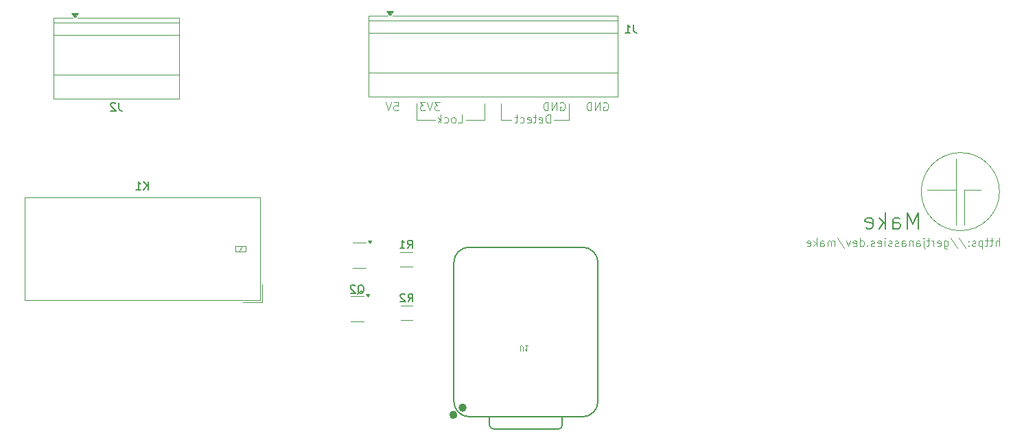
<source format=gbo>
%TF.GenerationSoftware,KiCad,Pcbnew,9.0.2*%
%TF.CreationDate,2025-08-19T17:48:26+02:00*%
%TF.ProjectId,esp32c6-charger,65737033-3263-4362-9d63-686172676572,rev?*%
%TF.SameCoordinates,Original*%
%TF.FileFunction,Legend,Bot*%
%TF.FilePolarity,Positive*%
%FSLAX45Y45*%
G04 Gerber Fmt 4.5, Leading zero omitted, Abs format (unit mm)*
G04 Created by KiCad (PCBNEW 9.0.2) date 2025-08-19 17:48:26*
%MOMM*%
%LPD*%
G01*
G04 APERTURE LIST*
%ADD10C,0.100000*%
%ADD11C,0.200000*%
%ADD12C,0.101600*%
%ADD13C,0.150000*%
%ADD14C,0.127000*%
%ADD15C,0.504000*%
%ADD16C,0.120000*%
G04 APERTURE END LIST*
D10*
X19558000Y-11176000D02*
X19558000Y-11607800D01*
X19989800Y-11201400D02*
G75*
G02*
X19024600Y-11201400I-482600J0D01*
G01*
X19024600Y-11201400D02*
G75*
G02*
X19989800Y-11201400I482600J0D01*
G01*
X19456400Y-10795000D02*
X19456400Y-11607800D01*
X13639800Y-10312400D02*
X13639800Y-10109200D01*
X19456400Y-11176000D02*
X19100800Y-11176000D01*
X14681200Y-10312400D02*
X14490700Y-10312400D01*
X14681200Y-10312400D02*
X14681200Y-10109200D01*
X19558000Y-11176000D02*
X19761200Y-11176000D01*
X19558000Y-11607800D02*
X19558000Y-11176000D01*
X13843000Y-10312400D02*
X13970000Y-10312400D01*
X13639800Y-10312400D02*
X13411200Y-10312400D01*
X12801600Y-10312400D02*
X13030200Y-10312400D01*
X12801600Y-10312400D02*
X12801600Y-10109200D01*
X13843000Y-10312400D02*
X13843000Y-10109200D01*
X14573031Y-10102804D02*
X14582554Y-10098042D01*
X14582554Y-10098042D02*
X14596840Y-10098042D01*
X14596840Y-10098042D02*
X14611126Y-10102804D01*
X14611126Y-10102804D02*
X14620650Y-10112328D01*
X14620650Y-10112328D02*
X14625411Y-10121851D01*
X14625411Y-10121851D02*
X14630173Y-10140899D01*
X14630173Y-10140899D02*
X14630173Y-10155185D01*
X14630173Y-10155185D02*
X14625411Y-10174232D01*
X14625411Y-10174232D02*
X14620650Y-10183756D01*
X14620650Y-10183756D02*
X14611126Y-10193280D01*
X14611126Y-10193280D02*
X14596840Y-10198042D01*
X14596840Y-10198042D02*
X14587316Y-10198042D01*
X14587316Y-10198042D02*
X14573031Y-10193280D01*
X14573031Y-10193280D02*
X14568269Y-10188518D01*
X14568269Y-10188518D02*
X14568269Y-10155185D01*
X14568269Y-10155185D02*
X14587316Y-10155185D01*
X14525411Y-10198042D02*
X14525411Y-10098042D01*
X14525411Y-10098042D02*
X14468269Y-10198042D01*
X14468269Y-10198042D02*
X14468269Y-10098042D01*
X14420650Y-10198042D02*
X14420650Y-10098042D01*
X14420650Y-10098042D02*
X14396840Y-10098042D01*
X14396840Y-10098042D02*
X14382554Y-10102804D01*
X14382554Y-10102804D02*
X14373031Y-10112328D01*
X14373031Y-10112328D02*
X14368269Y-10121851D01*
X14368269Y-10121851D02*
X14363507Y-10140899D01*
X14363507Y-10140899D02*
X14363507Y-10155185D01*
X14363507Y-10155185D02*
X14368269Y-10174232D01*
X14368269Y-10174232D02*
X14373031Y-10183756D01*
X14373031Y-10183756D02*
X14382554Y-10193280D01*
X14382554Y-10193280D02*
X14396840Y-10198042D01*
X14396840Y-10198042D02*
X14420650Y-10198042D01*
X14447611Y-10350442D02*
X14447611Y-10250442D01*
X14447611Y-10250442D02*
X14423802Y-10250442D01*
X14423802Y-10250442D02*
X14409516Y-10255204D01*
X14409516Y-10255204D02*
X14399992Y-10264728D01*
X14399992Y-10264728D02*
X14395231Y-10274251D01*
X14395231Y-10274251D02*
X14390469Y-10293299D01*
X14390469Y-10293299D02*
X14390469Y-10307585D01*
X14390469Y-10307585D02*
X14395231Y-10326632D01*
X14395231Y-10326632D02*
X14399992Y-10336156D01*
X14399992Y-10336156D02*
X14409516Y-10345680D01*
X14409516Y-10345680D02*
X14423802Y-10350442D01*
X14423802Y-10350442D02*
X14447611Y-10350442D01*
X14309516Y-10345680D02*
X14319040Y-10350442D01*
X14319040Y-10350442D02*
X14338088Y-10350442D01*
X14338088Y-10350442D02*
X14347611Y-10345680D01*
X14347611Y-10345680D02*
X14352373Y-10336156D01*
X14352373Y-10336156D02*
X14352373Y-10298061D01*
X14352373Y-10298061D02*
X14347611Y-10288537D01*
X14347611Y-10288537D02*
X14338088Y-10283775D01*
X14338088Y-10283775D02*
X14319040Y-10283775D01*
X14319040Y-10283775D02*
X14309516Y-10288537D01*
X14309516Y-10288537D02*
X14304754Y-10298061D01*
X14304754Y-10298061D02*
X14304754Y-10307585D01*
X14304754Y-10307585D02*
X14352373Y-10317109D01*
X14276183Y-10283775D02*
X14238088Y-10283775D01*
X14261897Y-10250442D02*
X14261897Y-10336156D01*
X14261897Y-10336156D02*
X14257135Y-10345680D01*
X14257135Y-10345680D02*
X14247611Y-10350442D01*
X14247611Y-10350442D02*
X14238088Y-10350442D01*
X14166659Y-10345680D02*
X14176183Y-10350442D01*
X14176183Y-10350442D02*
X14195230Y-10350442D01*
X14195230Y-10350442D02*
X14204754Y-10345680D01*
X14204754Y-10345680D02*
X14209516Y-10336156D01*
X14209516Y-10336156D02*
X14209516Y-10298061D01*
X14209516Y-10298061D02*
X14204754Y-10288537D01*
X14204754Y-10288537D02*
X14195230Y-10283775D01*
X14195230Y-10283775D02*
X14176183Y-10283775D01*
X14176183Y-10283775D02*
X14166659Y-10288537D01*
X14166659Y-10288537D02*
X14161897Y-10298061D01*
X14161897Y-10298061D02*
X14161897Y-10307585D01*
X14161897Y-10307585D02*
X14209516Y-10317109D01*
X14076183Y-10345680D02*
X14085707Y-10350442D01*
X14085707Y-10350442D02*
X14104754Y-10350442D01*
X14104754Y-10350442D02*
X14114278Y-10345680D01*
X14114278Y-10345680D02*
X14119040Y-10340918D01*
X14119040Y-10340918D02*
X14123802Y-10331394D01*
X14123802Y-10331394D02*
X14123802Y-10302823D01*
X14123802Y-10302823D02*
X14119040Y-10293299D01*
X14119040Y-10293299D02*
X14114278Y-10288537D01*
X14114278Y-10288537D02*
X14104754Y-10283775D01*
X14104754Y-10283775D02*
X14085707Y-10283775D01*
X14085707Y-10283775D02*
X14076183Y-10288537D01*
X14047611Y-10283775D02*
X14009516Y-10283775D01*
X14033326Y-10250442D02*
X14033326Y-10336156D01*
X14033326Y-10336156D02*
X14028564Y-10345680D01*
X14028564Y-10345680D02*
X14019040Y-10350442D01*
X14019040Y-10350442D02*
X14009516Y-10350442D01*
X12520392Y-10098042D02*
X12568011Y-10098042D01*
X12568011Y-10098042D02*
X12572773Y-10145661D01*
X12572773Y-10145661D02*
X12568011Y-10140899D01*
X12568011Y-10140899D02*
X12558488Y-10136137D01*
X12558488Y-10136137D02*
X12534678Y-10136137D01*
X12534678Y-10136137D02*
X12525154Y-10140899D01*
X12525154Y-10140899D02*
X12520392Y-10145661D01*
X12520392Y-10145661D02*
X12515631Y-10155185D01*
X12515631Y-10155185D02*
X12515631Y-10178994D01*
X12515631Y-10178994D02*
X12520392Y-10188518D01*
X12520392Y-10188518D02*
X12525154Y-10193280D01*
X12525154Y-10193280D02*
X12534678Y-10198042D01*
X12534678Y-10198042D02*
X12558488Y-10198042D01*
X12558488Y-10198042D02*
X12568011Y-10193280D01*
X12568011Y-10193280D02*
X12572773Y-10188518D01*
X12487059Y-10098042D02*
X12453726Y-10198042D01*
X12453726Y-10198042D02*
X12420392Y-10098042D01*
D11*
X18989223Y-11658484D02*
X18989223Y-11458484D01*
X18989223Y-11458484D02*
X18922556Y-11601341D01*
X18922556Y-11601341D02*
X18855890Y-11458484D01*
X18855890Y-11458484D02*
X18855890Y-11658484D01*
X18674937Y-11658484D02*
X18674937Y-11553722D01*
X18674937Y-11553722D02*
X18684461Y-11534674D01*
X18684461Y-11534674D02*
X18703509Y-11525150D01*
X18703509Y-11525150D02*
X18741604Y-11525150D01*
X18741604Y-11525150D02*
X18760652Y-11534674D01*
X18674937Y-11648960D02*
X18693985Y-11658484D01*
X18693985Y-11658484D02*
X18741604Y-11658484D01*
X18741604Y-11658484D02*
X18760652Y-11648960D01*
X18760652Y-11648960D02*
X18770176Y-11629912D01*
X18770176Y-11629912D02*
X18770176Y-11610865D01*
X18770176Y-11610865D02*
X18760652Y-11591817D01*
X18760652Y-11591817D02*
X18741604Y-11582293D01*
X18741604Y-11582293D02*
X18693985Y-11582293D01*
X18693985Y-11582293D02*
X18674937Y-11572769D01*
X18579699Y-11658484D02*
X18579699Y-11458484D01*
X18560652Y-11582293D02*
X18503509Y-11658484D01*
X18503509Y-11525150D02*
X18579699Y-11601341D01*
X18341604Y-11648960D02*
X18360652Y-11658484D01*
X18360652Y-11658484D02*
X18398747Y-11658484D01*
X18398747Y-11658484D02*
X18417795Y-11648960D01*
X18417795Y-11648960D02*
X18427318Y-11629912D01*
X18427318Y-11629912D02*
X18427318Y-11553722D01*
X18427318Y-11553722D02*
X18417795Y-11534674D01*
X18417795Y-11534674D02*
X18398747Y-11525150D01*
X18398747Y-11525150D02*
X18360652Y-11525150D01*
X18360652Y-11525150D02*
X18341604Y-11534674D01*
X18341604Y-11534674D02*
X18332080Y-11553722D01*
X18332080Y-11553722D02*
X18332080Y-11572769D01*
X18332080Y-11572769D02*
X18427318Y-11591817D01*
D10*
X13307792Y-10350442D02*
X13355411Y-10350442D01*
X13355411Y-10350442D02*
X13355411Y-10250442D01*
X13260173Y-10350442D02*
X13269697Y-10345680D01*
X13269697Y-10345680D02*
X13274459Y-10340918D01*
X13274459Y-10340918D02*
X13279221Y-10331394D01*
X13279221Y-10331394D02*
X13279221Y-10302823D01*
X13279221Y-10302823D02*
X13274459Y-10293299D01*
X13274459Y-10293299D02*
X13269697Y-10288537D01*
X13269697Y-10288537D02*
X13260173Y-10283775D01*
X13260173Y-10283775D02*
X13245888Y-10283775D01*
X13245888Y-10283775D02*
X13236364Y-10288537D01*
X13236364Y-10288537D02*
X13231602Y-10293299D01*
X13231602Y-10293299D02*
X13226840Y-10302823D01*
X13226840Y-10302823D02*
X13226840Y-10331394D01*
X13226840Y-10331394D02*
X13231602Y-10340918D01*
X13231602Y-10340918D02*
X13236364Y-10345680D01*
X13236364Y-10345680D02*
X13245888Y-10350442D01*
X13245888Y-10350442D02*
X13260173Y-10350442D01*
X13141126Y-10345680D02*
X13150650Y-10350442D01*
X13150650Y-10350442D02*
X13169697Y-10350442D01*
X13169697Y-10350442D02*
X13179221Y-10345680D01*
X13179221Y-10345680D02*
X13183983Y-10340918D01*
X13183983Y-10340918D02*
X13188745Y-10331394D01*
X13188745Y-10331394D02*
X13188745Y-10302823D01*
X13188745Y-10302823D02*
X13183983Y-10293299D01*
X13183983Y-10293299D02*
X13179221Y-10288537D01*
X13179221Y-10288537D02*
X13169697Y-10283775D01*
X13169697Y-10283775D02*
X13150650Y-10283775D01*
X13150650Y-10283775D02*
X13141126Y-10288537D01*
X13098269Y-10350442D02*
X13098269Y-10250442D01*
X13088745Y-10312347D02*
X13060173Y-10350442D01*
X13060173Y-10283775D02*
X13098269Y-10321870D01*
X19984812Y-11874442D02*
X19984812Y-11774442D01*
X19941954Y-11874442D02*
X19941954Y-11822061D01*
X19941954Y-11822061D02*
X19946716Y-11812537D01*
X19946716Y-11812537D02*
X19956240Y-11807775D01*
X19956240Y-11807775D02*
X19970526Y-11807775D01*
X19970526Y-11807775D02*
X19980050Y-11812537D01*
X19980050Y-11812537D02*
X19984812Y-11817299D01*
X19908621Y-11807775D02*
X19870526Y-11807775D01*
X19894335Y-11774442D02*
X19894335Y-11860156D01*
X19894335Y-11860156D02*
X19889573Y-11869680D01*
X19889573Y-11869680D02*
X19880050Y-11874442D01*
X19880050Y-11874442D02*
X19870526Y-11874442D01*
X19851478Y-11807775D02*
X19813383Y-11807775D01*
X19837192Y-11774442D02*
X19837192Y-11860156D01*
X19837192Y-11860156D02*
X19832431Y-11869680D01*
X19832431Y-11869680D02*
X19822907Y-11874442D01*
X19822907Y-11874442D02*
X19813383Y-11874442D01*
X19780050Y-11807775D02*
X19780050Y-11907775D01*
X19780050Y-11812537D02*
X19770526Y-11807775D01*
X19770526Y-11807775D02*
X19751478Y-11807775D01*
X19751478Y-11807775D02*
X19741954Y-11812537D01*
X19741954Y-11812537D02*
X19737192Y-11817299D01*
X19737192Y-11817299D02*
X19732431Y-11826823D01*
X19732431Y-11826823D02*
X19732431Y-11855394D01*
X19732431Y-11855394D02*
X19737192Y-11864918D01*
X19737192Y-11864918D02*
X19741954Y-11869680D01*
X19741954Y-11869680D02*
X19751478Y-11874442D01*
X19751478Y-11874442D02*
X19770526Y-11874442D01*
X19770526Y-11874442D02*
X19780050Y-11869680D01*
X19694335Y-11869680D02*
X19684811Y-11874442D01*
X19684811Y-11874442D02*
X19665764Y-11874442D01*
X19665764Y-11874442D02*
X19656240Y-11869680D01*
X19656240Y-11869680D02*
X19651478Y-11860156D01*
X19651478Y-11860156D02*
X19651478Y-11855394D01*
X19651478Y-11855394D02*
X19656240Y-11845870D01*
X19656240Y-11845870D02*
X19665764Y-11841108D01*
X19665764Y-11841108D02*
X19680050Y-11841108D01*
X19680050Y-11841108D02*
X19689573Y-11836347D01*
X19689573Y-11836347D02*
X19694335Y-11826823D01*
X19694335Y-11826823D02*
X19694335Y-11822061D01*
X19694335Y-11822061D02*
X19689573Y-11812537D01*
X19689573Y-11812537D02*
X19680050Y-11807775D01*
X19680050Y-11807775D02*
X19665764Y-11807775D01*
X19665764Y-11807775D02*
X19656240Y-11812537D01*
X19608621Y-11864918D02*
X19603859Y-11869680D01*
X19603859Y-11869680D02*
X19608621Y-11874442D01*
X19608621Y-11874442D02*
X19613383Y-11869680D01*
X19613383Y-11869680D02*
X19608621Y-11864918D01*
X19608621Y-11864918D02*
X19608621Y-11874442D01*
X19608621Y-11812537D02*
X19603859Y-11817299D01*
X19603859Y-11817299D02*
X19608621Y-11822061D01*
X19608621Y-11822061D02*
X19613383Y-11817299D01*
X19613383Y-11817299D02*
X19608621Y-11812537D01*
X19608621Y-11812537D02*
X19608621Y-11822061D01*
X19489573Y-11769680D02*
X19575288Y-11898251D01*
X19384812Y-11769680D02*
X19470526Y-11898251D01*
X19308621Y-11807775D02*
X19308621Y-11888728D01*
X19308621Y-11888728D02*
X19313383Y-11898251D01*
X19313383Y-11898251D02*
X19318145Y-11903013D01*
X19318145Y-11903013D02*
X19327669Y-11907775D01*
X19327669Y-11907775D02*
X19341954Y-11907775D01*
X19341954Y-11907775D02*
X19351478Y-11903013D01*
X19308621Y-11869680D02*
X19318145Y-11874442D01*
X19318145Y-11874442D02*
X19337192Y-11874442D01*
X19337192Y-11874442D02*
X19346716Y-11869680D01*
X19346716Y-11869680D02*
X19351478Y-11864918D01*
X19351478Y-11864918D02*
X19356240Y-11855394D01*
X19356240Y-11855394D02*
X19356240Y-11826823D01*
X19356240Y-11826823D02*
X19351478Y-11817299D01*
X19351478Y-11817299D02*
X19346716Y-11812537D01*
X19346716Y-11812537D02*
X19337192Y-11807775D01*
X19337192Y-11807775D02*
X19318145Y-11807775D01*
X19318145Y-11807775D02*
X19308621Y-11812537D01*
X19222907Y-11869680D02*
X19232431Y-11874442D01*
X19232431Y-11874442D02*
X19251478Y-11874442D01*
X19251478Y-11874442D02*
X19261002Y-11869680D01*
X19261002Y-11869680D02*
X19265764Y-11860156D01*
X19265764Y-11860156D02*
X19265764Y-11822061D01*
X19265764Y-11822061D02*
X19261002Y-11812537D01*
X19261002Y-11812537D02*
X19251478Y-11807775D01*
X19251478Y-11807775D02*
X19232431Y-11807775D01*
X19232431Y-11807775D02*
X19222907Y-11812537D01*
X19222907Y-11812537D02*
X19218145Y-11822061D01*
X19218145Y-11822061D02*
X19218145Y-11831585D01*
X19218145Y-11831585D02*
X19265764Y-11841108D01*
X19175288Y-11874442D02*
X19175288Y-11807775D01*
X19175288Y-11826823D02*
X19170526Y-11817299D01*
X19170526Y-11817299D02*
X19165764Y-11812537D01*
X19165764Y-11812537D02*
X19156240Y-11807775D01*
X19156240Y-11807775D02*
X19146716Y-11807775D01*
X19127669Y-11807775D02*
X19089573Y-11807775D01*
X19113383Y-11774442D02*
X19113383Y-11860156D01*
X19113383Y-11860156D02*
X19108621Y-11869680D01*
X19108621Y-11869680D02*
X19099097Y-11874442D01*
X19099097Y-11874442D02*
X19089573Y-11874442D01*
X19056240Y-11807775D02*
X19056240Y-11893489D01*
X19056240Y-11893489D02*
X19061002Y-11903013D01*
X19061002Y-11903013D02*
X19070526Y-11907775D01*
X19070526Y-11907775D02*
X19075288Y-11907775D01*
X19056240Y-11774442D02*
X19061002Y-11779204D01*
X19061002Y-11779204D02*
X19056240Y-11783966D01*
X19056240Y-11783966D02*
X19051478Y-11779204D01*
X19051478Y-11779204D02*
X19056240Y-11774442D01*
X19056240Y-11774442D02*
X19056240Y-11783966D01*
X18965764Y-11874442D02*
X18965764Y-11822061D01*
X18965764Y-11822061D02*
X18970526Y-11812537D01*
X18970526Y-11812537D02*
X18980050Y-11807775D01*
X18980050Y-11807775D02*
X18999097Y-11807775D01*
X18999097Y-11807775D02*
X19008621Y-11812537D01*
X18965764Y-11869680D02*
X18975288Y-11874442D01*
X18975288Y-11874442D02*
X18999097Y-11874442D01*
X18999097Y-11874442D02*
X19008621Y-11869680D01*
X19008621Y-11869680D02*
X19013383Y-11860156D01*
X19013383Y-11860156D02*
X19013383Y-11850632D01*
X19013383Y-11850632D02*
X19008621Y-11841108D01*
X19008621Y-11841108D02*
X18999097Y-11836347D01*
X18999097Y-11836347D02*
X18975288Y-11836347D01*
X18975288Y-11836347D02*
X18965764Y-11831585D01*
X18918145Y-11807775D02*
X18918145Y-11874442D01*
X18918145Y-11817299D02*
X18913383Y-11812537D01*
X18913383Y-11812537D02*
X18903859Y-11807775D01*
X18903859Y-11807775D02*
X18889573Y-11807775D01*
X18889573Y-11807775D02*
X18880050Y-11812537D01*
X18880050Y-11812537D02*
X18875288Y-11822061D01*
X18875288Y-11822061D02*
X18875288Y-11874442D01*
X18784811Y-11874442D02*
X18784811Y-11822061D01*
X18784811Y-11822061D02*
X18789573Y-11812537D01*
X18789573Y-11812537D02*
X18799097Y-11807775D01*
X18799097Y-11807775D02*
X18818145Y-11807775D01*
X18818145Y-11807775D02*
X18827669Y-11812537D01*
X18784811Y-11869680D02*
X18794335Y-11874442D01*
X18794335Y-11874442D02*
X18818145Y-11874442D01*
X18818145Y-11874442D02*
X18827669Y-11869680D01*
X18827669Y-11869680D02*
X18832430Y-11860156D01*
X18832430Y-11860156D02*
X18832430Y-11850632D01*
X18832430Y-11850632D02*
X18827669Y-11841108D01*
X18827669Y-11841108D02*
X18818145Y-11836347D01*
X18818145Y-11836347D02*
X18794335Y-11836347D01*
X18794335Y-11836347D02*
X18784811Y-11831585D01*
X18741954Y-11869680D02*
X18732430Y-11874442D01*
X18732430Y-11874442D02*
X18713383Y-11874442D01*
X18713383Y-11874442D02*
X18703859Y-11869680D01*
X18703859Y-11869680D02*
X18699097Y-11860156D01*
X18699097Y-11860156D02*
X18699097Y-11855394D01*
X18699097Y-11855394D02*
X18703859Y-11845870D01*
X18703859Y-11845870D02*
X18713383Y-11841108D01*
X18713383Y-11841108D02*
X18727669Y-11841108D01*
X18727669Y-11841108D02*
X18737192Y-11836347D01*
X18737192Y-11836347D02*
X18741954Y-11826823D01*
X18741954Y-11826823D02*
X18741954Y-11822061D01*
X18741954Y-11822061D02*
X18737192Y-11812537D01*
X18737192Y-11812537D02*
X18727669Y-11807775D01*
X18727669Y-11807775D02*
X18713383Y-11807775D01*
X18713383Y-11807775D02*
X18703859Y-11812537D01*
X18661002Y-11869680D02*
X18651478Y-11874442D01*
X18651478Y-11874442D02*
X18632430Y-11874442D01*
X18632430Y-11874442D02*
X18622907Y-11869680D01*
X18622907Y-11869680D02*
X18618145Y-11860156D01*
X18618145Y-11860156D02*
X18618145Y-11855394D01*
X18618145Y-11855394D02*
X18622907Y-11845870D01*
X18622907Y-11845870D02*
X18632430Y-11841108D01*
X18632430Y-11841108D02*
X18646716Y-11841108D01*
X18646716Y-11841108D02*
X18656240Y-11836347D01*
X18656240Y-11836347D02*
X18661002Y-11826823D01*
X18661002Y-11826823D02*
X18661002Y-11822061D01*
X18661002Y-11822061D02*
X18656240Y-11812537D01*
X18656240Y-11812537D02*
X18646716Y-11807775D01*
X18646716Y-11807775D02*
X18632430Y-11807775D01*
X18632430Y-11807775D02*
X18622907Y-11812537D01*
X18575288Y-11874442D02*
X18575288Y-11807775D01*
X18575288Y-11774442D02*
X18580049Y-11779204D01*
X18580049Y-11779204D02*
X18575288Y-11783966D01*
X18575288Y-11783966D02*
X18570526Y-11779204D01*
X18570526Y-11779204D02*
X18575288Y-11774442D01*
X18575288Y-11774442D02*
X18575288Y-11783966D01*
X18489573Y-11869680D02*
X18499097Y-11874442D01*
X18499097Y-11874442D02*
X18518145Y-11874442D01*
X18518145Y-11874442D02*
X18527669Y-11869680D01*
X18527669Y-11869680D02*
X18532430Y-11860156D01*
X18532430Y-11860156D02*
X18532430Y-11822061D01*
X18532430Y-11822061D02*
X18527669Y-11812537D01*
X18527669Y-11812537D02*
X18518145Y-11807775D01*
X18518145Y-11807775D02*
X18499097Y-11807775D01*
X18499097Y-11807775D02*
X18489573Y-11812537D01*
X18489573Y-11812537D02*
X18484811Y-11822061D01*
X18484811Y-11822061D02*
X18484811Y-11831585D01*
X18484811Y-11831585D02*
X18532430Y-11841108D01*
X18446716Y-11869680D02*
X18437192Y-11874442D01*
X18437192Y-11874442D02*
X18418145Y-11874442D01*
X18418145Y-11874442D02*
X18408621Y-11869680D01*
X18408621Y-11869680D02*
X18403859Y-11860156D01*
X18403859Y-11860156D02*
X18403859Y-11855394D01*
X18403859Y-11855394D02*
X18408621Y-11845870D01*
X18408621Y-11845870D02*
X18418145Y-11841108D01*
X18418145Y-11841108D02*
X18432430Y-11841108D01*
X18432430Y-11841108D02*
X18441954Y-11836347D01*
X18441954Y-11836347D02*
X18446716Y-11826823D01*
X18446716Y-11826823D02*
X18446716Y-11822061D01*
X18446716Y-11822061D02*
X18441954Y-11812537D01*
X18441954Y-11812537D02*
X18432430Y-11807775D01*
X18432430Y-11807775D02*
X18418145Y-11807775D01*
X18418145Y-11807775D02*
X18408621Y-11812537D01*
X18361002Y-11864918D02*
X18356240Y-11869680D01*
X18356240Y-11869680D02*
X18361002Y-11874442D01*
X18361002Y-11874442D02*
X18365764Y-11869680D01*
X18365764Y-11869680D02*
X18361002Y-11864918D01*
X18361002Y-11864918D02*
X18361002Y-11874442D01*
X18270526Y-11874442D02*
X18270526Y-11774442D01*
X18270526Y-11869680D02*
X18280050Y-11874442D01*
X18280050Y-11874442D02*
X18299097Y-11874442D01*
X18299097Y-11874442D02*
X18308621Y-11869680D01*
X18308621Y-11869680D02*
X18313383Y-11864918D01*
X18313383Y-11864918D02*
X18318145Y-11855394D01*
X18318145Y-11855394D02*
X18318145Y-11826823D01*
X18318145Y-11826823D02*
X18313383Y-11817299D01*
X18313383Y-11817299D02*
X18308621Y-11812537D01*
X18308621Y-11812537D02*
X18299097Y-11807775D01*
X18299097Y-11807775D02*
X18280050Y-11807775D01*
X18280050Y-11807775D02*
X18270526Y-11812537D01*
X18184811Y-11869680D02*
X18194335Y-11874442D01*
X18194335Y-11874442D02*
X18213383Y-11874442D01*
X18213383Y-11874442D02*
X18222907Y-11869680D01*
X18222907Y-11869680D02*
X18227669Y-11860156D01*
X18227669Y-11860156D02*
X18227669Y-11822061D01*
X18227669Y-11822061D02*
X18222907Y-11812537D01*
X18222907Y-11812537D02*
X18213383Y-11807775D01*
X18213383Y-11807775D02*
X18194335Y-11807775D01*
X18194335Y-11807775D02*
X18184811Y-11812537D01*
X18184811Y-11812537D02*
X18180050Y-11822061D01*
X18180050Y-11822061D02*
X18180050Y-11831585D01*
X18180050Y-11831585D02*
X18227669Y-11841108D01*
X18146716Y-11807775D02*
X18122907Y-11874442D01*
X18122907Y-11874442D02*
X18099097Y-11807775D01*
X17989573Y-11769680D02*
X18075288Y-11898251D01*
X17956240Y-11874442D02*
X17956240Y-11807775D01*
X17956240Y-11817299D02*
X17951478Y-11812537D01*
X17951478Y-11812537D02*
X17941954Y-11807775D01*
X17941954Y-11807775D02*
X17927669Y-11807775D01*
X17927669Y-11807775D02*
X17918145Y-11812537D01*
X17918145Y-11812537D02*
X17913383Y-11822061D01*
X17913383Y-11822061D02*
X17913383Y-11874442D01*
X17913383Y-11822061D02*
X17908621Y-11812537D01*
X17908621Y-11812537D02*
X17899097Y-11807775D01*
X17899097Y-11807775D02*
X17884811Y-11807775D01*
X17884811Y-11807775D02*
X17875288Y-11812537D01*
X17875288Y-11812537D02*
X17870526Y-11822061D01*
X17870526Y-11822061D02*
X17870526Y-11874442D01*
X17780050Y-11874442D02*
X17780050Y-11822061D01*
X17780050Y-11822061D02*
X17784811Y-11812537D01*
X17784811Y-11812537D02*
X17794335Y-11807775D01*
X17794335Y-11807775D02*
X17813383Y-11807775D01*
X17813383Y-11807775D02*
X17822907Y-11812537D01*
X17780050Y-11869680D02*
X17789573Y-11874442D01*
X17789573Y-11874442D02*
X17813383Y-11874442D01*
X17813383Y-11874442D02*
X17822907Y-11869680D01*
X17822907Y-11869680D02*
X17827669Y-11860156D01*
X17827669Y-11860156D02*
X17827669Y-11850632D01*
X17827669Y-11850632D02*
X17822907Y-11841108D01*
X17822907Y-11841108D02*
X17813383Y-11836347D01*
X17813383Y-11836347D02*
X17789573Y-11836347D01*
X17789573Y-11836347D02*
X17780050Y-11831585D01*
X17732430Y-11874442D02*
X17732430Y-11774442D01*
X17722907Y-11836347D02*
X17694335Y-11874442D01*
X17694335Y-11807775D02*
X17732430Y-11845870D01*
X17613383Y-11869680D02*
X17622907Y-11874442D01*
X17622907Y-11874442D02*
X17641954Y-11874442D01*
X17641954Y-11874442D02*
X17651478Y-11869680D01*
X17651478Y-11869680D02*
X17656240Y-11860156D01*
X17656240Y-11860156D02*
X17656240Y-11822061D01*
X17656240Y-11822061D02*
X17651478Y-11812537D01*
X17651478Y-11812537D02*
X17641954Y-11807775D01*
X17641954Y-11807775D02*
X17622907Y-11807775D01*
X17622907Y-11807775D02*
X17613383Y-11812537D01*
X17613383Y-11812537D02*
X17608621Y-11822061D01*
X17608621Y-11822061D02*
X17608621Y-11831585D01*
X17608621Y-11831585D02*
X17656240Y-11841108D01*
X13085535Y-10098042D02*
X13023631Y-10098042D01*
X13023631Y-10098042D02*
X13056964Y-10136137D01*
X13056964Y-10136137D02*
X13042678Y-10136137D01*
X13042678Y-10136137D02*
X13033154Y-10140899D01*
X13033154Y-10140899D02*
X13028392Y-10145661D01*
X13028392Y-10145661D02*
X13023631Y-10155185D01*
X13023631Y-10155185D02*
X13023631Y-10178994D01*
X13023631Y-10178994D02*
X13028392Y-10188518D01*
X13028392Y-10188518D02*
X13033154Y-10193280D01*
X13033154Y-10193280D02*
X13042678Y-10198042D01*
X13042678Y-10198042D02*
X13071250Y-10198042D01*
X13071250Y-10198042D02*
X13080773Y-10193280D01*
X13080773Y-10193280D02*
X13085535Y-10188518D01*
X12995059Y-10098042D02*
X12961726Y-10198042D01*
X12961726Y-10198042D02*
X12928392Y-10098042D01*
X12904583Y-10098042D02*
X12842678Y-10098042D01*
X12842678Y-10098042D02*
X12876011Y-10136137D01*
X12876011Y-10136137D02*
X12861726Y-10136137D01*
X12861726Y-10136137D02*
X12852202Y-10140899D01*
X12852202Y-10140899D02*
X12847440Y-10145661D01*
X12847440Y-10145661D02*
X12842678Y-10155185D01*
X12842678Y-10155185D02*
X12842678Y-10178994D01*
X12842678Y-10178994D02*
X12847440Y-10188518D01*
X12847440Y-10188518D02*
X12852202Y-10193280D01*
X12852202Y-10193280D02*
X12861726Y-10198042D01*
X12861726Y-10198042D02*
X12890297Y-10198042D01*
X12890297Y-10198042D02*
X12899821Y-10193280D01*
X12899821Y-10193280D02*
X12904583Y-10188518D01*
X15106431Y-10102804D02*
X15115954Y-10098042D01*
X15115954Y-10098042D02*
X15130240Y-10098042D01*
X15130240Y-10098042D02*
X15144526Y-10102804D01*
X15144526Y-10102804D02*
X15154050Y-10112328D01*
X15154050Y-10112328D02*
X15158811Y-10121851D01*
X15158811Y-10121851D02*
X15163573Y-10140899D01*
X15163573Y-10140899D02*
X15163573Y-10155185D01*
X15163573Y-10155185D02*
X15158811Y-10174232D01*
X15158811Y-10174232D02*
X15154050Y-10183756D01*
X15154050Y-10183756D02*
X15144526Y-10193280D01*
X15144526Y-10193280D02*
X15130240Y-10198042D01*
X15130240Y-10198042D02*
X15120716Y-10198042D01*
X15120716Y-10198042D02*
X15106431Y-10193280D01*
X15106431Y-10193280D02*
X15101669Y-10188518D01*
X15101669Y-10188518D02*
X15101669Y-10155185D01*
X15101669Y-10155185D02*
X15120716Y-10155185D01*
X15058811Y-10198042D02*
X15058811Y-10098042D01*
X15058811Y-10098042D02*
X15001669Y-10198042D01*
X15001669Y-10198042D02*
X15001669Y-10098042D01*
X14954050Y-10198042D02*
X14954050Y-10098042D01*
X14954050Y-10098042D02*
X14930240Y-10098042D01*
X14930240Y-10098042D02*
X14915954Y-10102804D01*
X14915954Y-10102804D02*
X14906431Y-10112328D01*
X14906431Y-10112328D02*
X14901669Y-10121851D01*
X14901669Y-10121851D02*
X14896907Y-10140899D01*
X14896907Y-10140899D02*
X14896907Y-10155185D01*
X14896907Y-10155185D02*
X14901669Y-10174232D01*
X14901669Y-10174232D02*
X14906431Y-10183756D01*
X14906431Y-10183756D02*
X14915954Y-10193280D01*
X14915954Y-10193280D02*
X14930240Y-10198042D01*
X14930240Y-10198042D02*
X14954050Y-10198042D01*
D12*
X14074019Y-13166452D02*
X14074019Y-13115047D01*
X14074019Y-13115047D02*
X14077043Y-13109000D01*
X14077043Y-13109000D02*
X14080067Y-13105976D01*
X14080067Y-13105976D02*
X14086114Y-13102952D01*
X14086114Y-13102952D02*
X14098209Y-13102952D01*
X14098209Y-13102952D02*
X14104257Y-13105976D01*
X14104257Y-13105976D02*
X14107281Y-13109000D01*
X14107281Y-13109000D02*
X14110305Y-13115047D01*
X14110305Y-13115047D02*
X14110305Y-13166452D01*
X14173805Y-13102952D02*
X14137519Y-13102952D01*
X14155662Y-13102952D02*
X14155662Y-13166452D01*
X14155662Y-13166452D02*
X14149614Y-13157381D01*
X14149614Y-13157381D02*
X14143567Y-13151333D01*
X14143567Y-13151333D02*
X14137519Y-13148309D01*
D13*
X12693867Y-12562482D02*
X12727200Y-12514863D01*
X12751009Y-12562482D02*
X12751009Y-12462482D01*
X12751009Y-12462482D02*
X12712914Y-12462482D01*
X12712914Y-12462482D02*
X12703390Y-12467244D01*
X12703390Y-12467244D02*
X12698628Y-12472006D01*
X12698628Y-12472006D02*
X12693867Y-12481529D01*
X12693867Y-12481529D02*
X12693867Y-12495815D01*
X12693867Y-12495815D02*
X12698628Y-12505339D01*
X12698628Y-12505339D02*
X12703390Y-12510101D01*
X12703390Y-12510101D02*
X12712914Y-12514863D01*
X12712914Y-12514863D02*
X12751009Y-12514863D01*
X12655771Y-12472006D02*
X12651009Y-12467244D01*
X12651009Y-12467244D02*
X12641486Y-12462482D01*
X12641486Y-12462482D02*
X12617676Y-12462482D01*
X12617676Y-12462482D02*
X12608152Y-12467244D01*
X12608152Y-12467244D02*
X12603390Y-12472006D01*
X12603390Y-12472006D02*
X12598628Y-12481529D01*
X12598628Y-12481529D02*
X12598628Y-12491053D01*
X12598628Y-12491053D02*
X12603390Y-12505339D01*
X12603390Y-12505339D02*
X12660533Y-12562482D01*
X12660533Y-12562482D02*
X12598628Y-12562482D01*
X12688667Y-11902082D02*
X12722000Y-11854463D01*
X12745809Y-11902082D02*
X12745809Y-11802082D01*
X12745809Y-11802082D02*
X12707714Y-11802082D01*
X12707714Y-11802082D02*
X12698190Y-11806844D01*
X12698190Y-11806844D02*
X12693428Y-11811606D01*
X12693428Y-11811606D02*
X12688667Y-11821129D01*
X12688667Y-11821129D02*
X12688667Y-11835415D01*
X12688667Y-11835415D02*
X12693428Y-11844939D01*
X12693428Y-11844939D02*
X12698190Y-11849701D01*
X12698190Y-11849701D02*
X12707714Y-11854463D01*
X12707714Y-11854463D02*
X12745809Y-11854463D01*
X12593428Y-11902082D02*
X12650571Y-11902082D01*
X12622000Y-11902082D02*
X12622000Y-11802082D01*
X12622000Y-11802082D02*
X12631524Y-11816368D01*
X12631524Y-11816368D02*
X12641047Y-11825891D01*
X12641047Y-11825891D02*
X12650571Y-11830653D01*
X9490959Y-11176832D02*
X9490959Y-11076832D01*
X9433817Y-11176832D02*
X9476674Y-11119689D01*
X9433817Y-11076832D02*
X9490959Y-11133975D01*
X9338579Y-11176832D02*
X9395721Y-11176832D01*
X9367150Y-11176832D02*
X9367150Y-11076832D01*
X9367150Y-11076832D02*
X9376674Y-11091118D01*
X9376674Y-11091118D02*
X9386198Y-11100641D01*
X9386198Y-11100641D02*
X9395721Y-11105403D01*
X15476533Y-9140282D02*
X15476533Y-9211710D01*
X15476533Y-9211710D02*
X15481295Y-9225996D01*
X15481295Y-9225996D02*
X15490819Y-9235520D01*
X15490819Y-9235520D02*
X15505105Y-9240282D01*
X15505105Y-9240282D02*
X15514628Y-9240282D01*
X15376533Y-9240282D02*
X15433676Y-9240282D01*
X15405105Y-9240282D02*
X15405105Y-9140282D01*
X15405105Y-9140282D02*
X15414628Y-9154568D01*
X15414628Y-9154568D02*
X15424152Y-9164091D01*
X15424152Y-9164091D02*
X15433676Y-9168853D01*
X9126533Y-10102482D02*
X9126533Y-10173910D01*
X9126533Y-10173910D02*
X9131295Y-10188196D01*
X9131295Y-10188196D02*
X9140819Y-10197720D01*
X9140819Y-10197720D02*
X9155105Y-10202482D01*
X9155105Y-10202482D02*
X9164629Y-10202482D01*
X9083676Y-10112006D02*
X9078914Y-10107244D01*
X9078914Y-10107244D02*
X9069390Y-10102482D01*
X9069390Y-10102482D02*
X9045581Y-10102482D01*
X9045581Y-10102482D02*
X9036057Y-10107244D01*
X9036057Y-10107244D02*
X9031295Y-10112006D01*
X9031295Y-10112006D02*
X9026533Y-10121530D01*
X9026533Y-10121530D02*
X9026533Y-10131053D01*
X9026533Y-10131053D02*
X9031295Y-10145339D01*
X9031295Y-10145339D02*
X9088438Y-10202482D01*
X9088438Y-10202482D02*
X9026533Y-10202482D01*
X12074524Y-12464206D02*
X12084048Y-12459444D01*
X12084048Y-12459444D02*
X12093571Y-12449920D01*
X12093571Y-12449920D02*
X12107857Y-12435634D01*
X12107857Y-12435634D02*
X12117381Y-12430872D01*
X12117381Y-12430872D02*
X12126905Y-12430872D01*
X12122143Y-12454682D02*
X12131667Y-12449920D01*
X12131667Y-12449920D02*
X12141190Y-12440396D01*
X12141190Y-12440396D02*
X12145952Y-12421348D01*
X12145952Y-12421348D02*
X12145952Y-12388015D01*
X12145952Y-12388015D02*
X12141190Y-12368968D01*
X12141190Y-12368968D02*
X12131667Y-12359444D01*
X12131667Y-12359444D02*
X12122143Y-12354682D01*
X12122143Y-12354682D02*
X12103095Y-12354682D01*
X12103095Y-12354682D02*
X12093571Y-12359444D01*
X12093571Y-12359444D02*
X12084048Y-12368968D01*
X12084048Y-12368968D02*
X12079286Y-12388015D01*
X12079286Y-12388015D02*
X12079286Y-12421348D01*
X12079286Y-12421348D02*
X12084048Y-12440396D01*
X12084048Y-12440396D02*
X12093571Y-12449920D01*
X12093571Y-12449920D02*
X12103095Y-12454682D01*
X12103095Y-12454682D02*
X12122143Y-12454682D01*
X12041190Y-12364206D02*
X12036428Y-12359444D01*
X12036428Y-12359444D02*
X12026905Y-12354682D01*
X12026905Y-12354682D02*
X12003095Y-12354682D01*
X12003095Y-12354682D02*
X11993571Y-12359444D01*
X11993571Y-12359444D02*
X11988809Y-12364206D01*
X11988809Y-12364206D02*
X11984048Y-12373729D01*
X11984048Y-12373729D02*
X11984048Y-12383253D01*
X11984048Y-12383253D02*
X11988809Y-12397539D01*
X11988809Y-12397539D02*
X12045952Y-12454682D01*
X12045952Y-12454682D02*
X11984048Y-12454682D01*
D14*
%TO.C,U1*%
X13258800Y-12077700D02*
X13258800Y-13792200D01*
X13449300Y-11887200D02*
X14846300Y-11887200D01*
X13698300Y-13982700D02*
X13698673Y-14083727D01*
X13748673Y-14133700D02*
X14548200Y-14133700D01*
X14598200Y-14083700D02*
X14598200Y-13982700D01*
D10*
X14846300Y-13982700D02*
X13449300Y-13982700D01*
D14*
X14846300Y-13982700D02*
X13449300Y-13982700D01*
X15036800Y-12077700D02*
X15036800Y-13792200D01*
X13258800Y-12077700D02*
G75*
G02*
X13449300Y-11887200I190500J0D01*
G01*
X13449300Y-13982700D02*
G75*
G02*
X13258800Y-13792200I0J190500D01*
G01*
X13748673Y-14133700D02*
G75*
G02*
X13698673Y-14083727I2J50002D01*
G01*
X14598200Y-14083700D02*
G75*
G02*
X14548200Y-14133700I-50000J0D01*
G01*
X14846300Y-11887200D02*
G75*
G02*
X15036800Y-12077700I0J-190500D01*
G01*
X15036800Y-13792200D02*
G75*
G02*
X14846300Y-13982700I-190500J0D01*
G01*
D15*
X13278000Y-13958600D02*
G75*
G02*
X13227600Y-13958600I-25200J0D01*
G01*
X13227600Y-13958600D02*
G75*
G02*
X13278000Y-13958600I25200J0D01*
G01*
X13392300Y-13870600D02*
G75*
G02*
X13341900Y-13870600I-25200J0D01*
G01*
X13341900Y-13870600D02*
G75*
G02*
X13392300Y-13870600I25200J0D01*
G01*
D16*
%TO.C,Q1*%
X12090400Y-11832800D02*
X12010400Y-11832800D01*
X12090400Y-11832800D02*
X12170400Y-11832800D01*
X12090400Y-12144800D02*
X12010400Y-12144800D01*
X12090400Y-12144800D02*
X12170400Y-12144800D01*
X12220400Y-11837800D02*
X12196400Y-11804800D01*
X12244400Y-11804800D01*
X12220400Y-11837800D01*
G36*
X12220400Y-11837800D02*
G01*
X12196400Y-11804800D01*
X12244400Y-11804800D01*
X12220400Y-11837800D01*
G37*
%TO.C,R2*%
X12749906Y-12609000D02*
X12604494Y-12609000D01*
X12749906Y-12791000D02*
X12604494Y-12791000D01*
%TO.C,R1*%
X12744706Y-11948600D02*
X12599294Y-11948600D01*
X12744706Y-12130600D02*
X12599294Y-12130600D01*
%TO.C,K1*%
X7967150Y-11271350D02*
X10867150Y-11271350D01*
X7967150Y-12541350D02*
X7967150Y-11271350D01*
X10567150Y-11871350D02*
X10687150Y-11871350D01*
X10567150Y-11941350D02*
X10567150Y-11871350D01*
X10607150Y-11941350D02*
X10647150Y-11871350D01*
X10657150Y-12565350D02*
X10891150Y-12565350D01*
X10687150Y-11871350D02*
X10687150Y-11941350D01*
X10687150Y-11941350D02*
X10567150Y-11941350D01*
X10867150Y-11271350D02*
X10867150Y-12541350D01*
X10867150Y-12541350D02*
X7967150Y-12541350D01*
X10891150Y-12565350D02*
X10891150Y-12346350D01*
%TO.C,J1*%
X12205400Y-9027600D02*
X12441400Y-9027600D01*
X12205400Y-9089600D02*
X15277400Y-9089600D01*
X12205400Y-9239600D02*
X15277400Y-9239600D01*
X12205400Y-9729600D02*
X15277400Y-9729600D01*
X12205400Y-10031600D02*
X12205400Y-9027600D01*
X12205400Y-10031600D02*
X15277400Y-10031600D01*
X12501400Y-9027600D02*
X15277400Y-9027600D01*
X15277400Y-10031600D02*
X15277400Y-9027600D01*
X12471400Y-9027600D02*
X12427400Y-8966600D01*
X12515400Y-8966600D01*
X12471400Y-9027600D01*
G36*
X12471400Y-9027600D02*
G01*
X12427400Y-8966600D01*
X12515400Y-8966600D01*
X12471400Y-9027600D01*
G37*
%TO.C,J2*%
X8319200Y-9053000D02*
X8555200Y-9053000D01*
X8319200Y-9115000D02*
X9867200Y-9115000D01*
X8319200Y-9265000D02*
X9867200Y-9265000D01*
X8319200Y-9755000D02*
X9867200Y-9755000D01*
X8319200Y-10057000D02*
X8319200Y-9053000D01*
X8319200Y-10057000D02*
X9867200Y-10057000D01*
X8615200Y-9053000D02*
X9867200Y-9053000D01*
X9867200Y-10057000D02*
X9867200Y-9053000D01*
X8585200Y-9053000D02*
X8541200Y-8992000D01*
X8629200Y-8992000D01*
X8585200Y-9053000D01*
G36*
X8585200Y-9053000D02*
G01*
X8541200Y-8992000D01*
X8629200Y-8992000D01*
X8585200Y-9053000D01*
G37*
%TO.C,Q2*%
X12065000Y-12493200D02*
X11985000Y-12493200D01*
X12065000Y-12493200D02*
X12145000Y-12493200D01*
X12065000Y-12805200D02*
X11985000Y-12805200D01*
X12065000Y-12805200D02*
X12145000Y-12805200D01*
X12195000Y-12498200D02*
X12171000Y-12465200D01*
X12219000Y-12465200D01*
X12195000Y-12498200D01*
G36*
X12195000Y-12498200D02*
G01*
X12171000Y-12465200D01*
X12219000Y-12465200D01*
X12195000Y-12498200D01*
G37*
%TD*%
M02*

</source>
